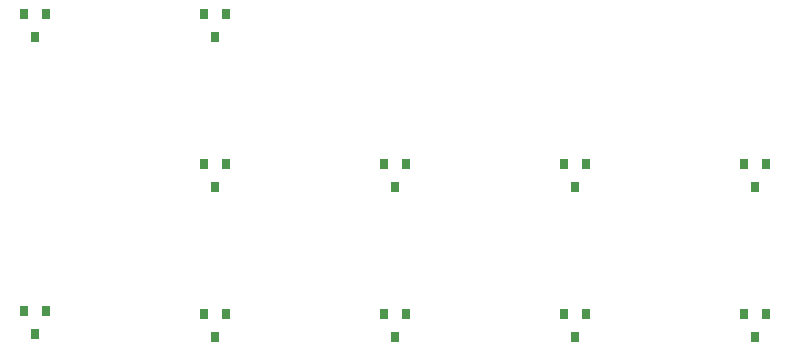
<source format=gbr>
G04 #@! TF.GenerationSoftware,KiCad,Pcbnew,(5.1.5)-3*
G04 #@! TF.CreationDate,2020-05-31T15:18:41-04:00*
G04 #@! TF.ProjectId,Micro-Breakout+RGB,4d696372-6f2d-4427-9265-616b6f75742b,rev?*
G04 #@! TF.SameCoordinates,Original*
G04 #@! TF.FileFunction,Paste,Top*
G04 #@! TF.FilePolarity,Positive*
%FSLAX46Y46*%
G04 Gerber Fmt 4.6, Leading zero omitted, Abs format (unit mm)*
G04 Created by KiCad (PCBNEW (5.1.5)-3) date 2020-05-31 15:18:41*
%MOMM*%
%LPD*%
G04 APERTURE LIST*
%ADD10R,0.800000X0.900000*%
G04 APERTURE END LIST*
D10*
X116840000Y-132826000D03*
X115890000Y-130826000D03*
X117790000Y-130826000D03*
X117790000Y-105680000D03*
X115890000Y-105680000D03*
X116840000Y-107680000D03*
X132080000Y-107680000D03*
X131130000Y-105680000D03*
X133030000Y-105680000D03*
X132080000Y-120380000D03*
X131130000Y-118380000D03*
X133030000Y-118380000D03*
X177800000Y-133080000D03*
X176850000Y-131080000D03*
X178750000Y-131080000D03*
X178750000Y-118380000D03*
X176850000Y-118380000D03*
X177800000Y-120380000D03*
X162560000Y-133080000D03*
X161610000Y-131080000D03*
X163510000Y-131080000D03*
X163510000Y-118380000D03*
X161610000Y-118380000D03*
X162560000Y-120380000D03*
X147320000Y-133080000D03*
X146370000Y-131080000D03*
X148270000Y-131080000D03*
X148270000Y-118380000D03*
X146370000Y-118380000D03*
X147320000Y-120380000D03*
X132080000Y-133080000D03*
X131130000Y-131080000D03*
X133030000Y-131080000D03*
M02*

</source>
